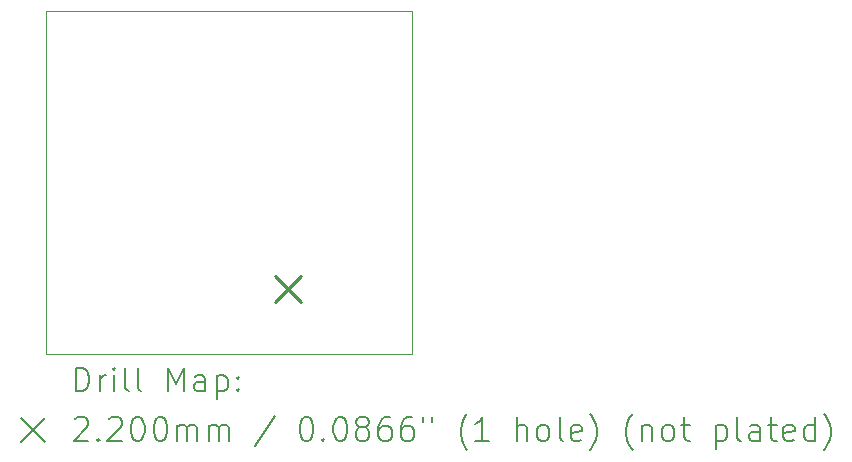
<source format=gbr>
%TF.GenerationSoftware,KiCad,Pcbnew,7.0.9-7.0.9~ubuntu22.04.1*%
%TF.CreationDate,2023-12-14T14:14:40+03:00*%
%TF.ProjectId,main-module,6d61696e-2d6d-46f6-9475-6c652e6b6963,rev?*%
%TF.SameCoordinates,Original*%
%TF.FileFunction,Drillmap*%
%TF.FilePolarity,Positive*%
%FSLAX45Y45*%
G04 Gerber Fmt 4.5, Leading zero omitted, Abs format (unit mm)*
G04 Created by KiCad (PCBNEW 7.0.9-7.0.9~ubuntu22.04.1) date 2023-12-14 14:14:40*
%MOMM*%
%LPD*%
G01*
G04 APERTURE LIST*
%ADD10C,0.100000*%
%ADD11C,0.200000*%
%ADD12C,0.220000*%
G04 APERTURE END LIST*
D10*
X14500000Y-6000000D02*
X17600000Y-6000000D01*
X17600000Y-8900000D01*
X14500000Y-8900000D01*
X14500000Y-6000000D01*
D11*
D12*
X16440000Y-8240000D02*
X16660000Y-8460000D01*
X16660000Y-8240000D02*
X16440000Y-8460000D01*
D11*
X14755777Y-9216484D02*
X14755777Y-9016484D01*
X14755777Y-9016484D02*
X14803396Y-9016484D01*
X14803396Y-9016484D02*
X14831967Y-9026008D01*
X14831967Y-9026008D02*
X14851015Y-9045055D01*
X14851015Y-9045055D02*
X14860539Y-9064103D01*
X14860539Y-9064103D02*
X14870062Y-9102198D01*
X14870062Y-9102198D02*
X14870062Y-9130770D01*
X14870062Y-9130770D02*
X14860539Y-9168865D01*
X14860539Y-9168865D02*
X14851015Y-9187912D01*
X14851015Y-9187912D02*
X14831967Y-9206960D01*
X14831967Y-9206960D02*
X14803396Y-9216484D01*
X14803396Y-9216484D02*
X14755777Y-9216484D01*
X14955777Y-9216484D02*
X14955777Y-9083150D01*
X14955777Y-9121246D02*
X14965301Y-9102198D01*
X14965301Y-9102198D02*
X14974824Y-9092674D01*
X14974824Y-9092674D02*
X14993872Y-9083150D01*
X14993872Y-9083150D02*
X15012920Y-9083150D01*
X15079586Y-9216484D02*
X15079586Y-9083150D01*
X15079586Y-9016484D02*
X15070062Y-9026008D01*
X15070062Y-9026008D02*
X15079586Y-9035531D01*
X15079586Y-9035531D02*
X15089110Y-9026008D01*
X15089110Y-9026008D02*
X15079586Y-9016484D01*
X15079586Y-9016484D02*
X15079586Y-9035531D01*
X15203396Y-9216484D02*
X15184348Y-9206960D01*
X15184348Y-9206960D02*
X15174824Y-9187912D01*
X15174824Y-9187912D02*
X15174824Y-9016484D01*
X15308158Y-9216484D02*
X15289110Y-9206960D01*
X15289110Y-9206960D02*
X15279586Y-9187912D01*
X15279586Y-9187912D02*
X15279586Y-9016484D01*
X15536729Y-9216484D02*
X15536729Y-9016484D01*
X15536729Y-9016484D02*
X15603396Y-9159341D01*
X15603396Y-9159341D02*
X15670062Y-9016484D01*
X15670062Y-9016484D02*
X15670062Y-9216484D01*
X15851015Y-9216484D02*
X15851015Y-9111722D01*
X15851015Y-9111722D02*
X15841491Y-9092674D01*
X15841491Y-9092674D02*
X15822443Y-9083150D01*
X15822443Y-9083150D02*
X15784348Y-9083150D01*
X15784348Y-9083150D02*
X15765301Y-9092674D01*
X15851015Y-9206960D02*
X15831967Y-9216484D01*
X15831967Y-9216484D02*
X15784348Y-9216484D01*
X15784348Y-9216484D02*
X15765301Y-9206960D01*
X15765301Y-9206960D02*
X15755777Y-9187912D01*
X15755777Y-9187912D02*
X15755777Y-9168865D01*
X15755777Y-9168865D02*
X15765301Y-9149817D01*
X15765301Y-9149817D02*
X15784348Y-9140293D01*
X15784348Y-9140293D02*
X15831967Y-9140293D01*
X15831967Y-9140293D02*
X15851015Y-9130770D01*
X15946253Y-9083150D02*
X15946253Y-9283150D01*
X15946253Y-9092674D02*
X15965301Y-9083150D01*
X15965301Y-9083150D02*
X16003396Y-9083150D01*
X16003396Y-9083150D02*
X16022443Y-9092674D01*
X16022443Y-9092674D02*
X16031967Y-9102198D01*
X16031967Y-9102198D02*
X16041491Y-9121246D01*
X16041491Y-9121246D02*
X16041491Y-9178389D01*
X16041491Y-9178389D02*
X16031967Y-9197436D01*
X16031967Y-9197436D02*
X16022443Y-9206960D01*
X16022443Y-9206960D02*
X16003396Y-9216484D01*
X16003396Y-9216484D02*
X15965301Y-9216484D01*
X15965301Y-9216484D02*
X15946253Y-9206960D01*
X16127205Y-9197436D02*
X16136729Y-9206960D01*
X16136729Y-9206960D02*
X16127205Y-9216484D01*
X16127205Y-9216484D02*
X16117682Y-9206960D01*
X16117682Y-9206960D02*
X16127205Y-9197436D01*
X16127205Y-9197436D02*
X16127205Y-9216484D01*
X16127205Y-9092674D02*
X16136729Y-9102198D01*
X16136729Y-9102198D02*
X16127205Y-9111722D01*
X16127205Y-9111722D02*
X16117682Y-9102198D01*
X16117682Y-9102198D02*
X16127205Y-9092674D01*
X16127205Y-9092674D02*
X16127205Y-9111722D01*
X14295000Y-9445000D02*
X14495000Y-9645000D01*
X14495000Y-9445000D02*
X14295000Y-9645000D01*
X14746253Y-9455531D02*
X14755777Y-9446008D01*
X14755777Y-9446008D02*
X14774824Y-9436484D01*
X14774824Y-9436484D02*
X14822443Y-9436484D01*
X14822443Y-9436484D02*
X14841491Y-9446008D01*
X14841491Y-9446008D02*
X14851015Y-9455531D01*
X14851015Y-9455531D02*
X14860539Y-9474579D01*
X14860539Y-9474579D02*
X14860539Y-9493627D01*
X14860539Y-9493627D02*
X14851015Y-9522198D01*
X14851015Y-9522198D02*
X14736729Y-9636484D01*
X14736729Y-9636484D02*
X14860539Y-9636484D01*
X14946253Y-9617436D02*
X14955777Y-9626960D01*
X14955777Y-9626960D02*
X14946253Y-9636484D01*
X14946253Y-9636484D02*
X14936729Y-9626960D01*
X14936729Y-9626960D02*
X14946253Y-9617436D01*
X14946253Y-9617436D02*
X14946253Y-9636484D01*
X15031967Y-9455531D02*
X15041491Y-9446008D01*
X15041491Y-9446008D02*
X15060539Y-9436484D01*
X15060539Y-9436484D02*
X15108158Y-9436484D01*
X15108158Y-9436484D02*
X15127205Y-9446008D01*
X15127205Y-9446008D02*
X15136729Y-9455531D01*
X15136729Y-9455531D02*
X15146253Y-9474579D01*
X15146253Y-9474579D02*
X15146253Y-9493627D01*
X15146253Y-9493627D02*
X15136729Y-9522198D01*
X15136729Y-9522198D02*
X15022443Y-9636484D01*
X15022443Y-9636484D02*
X15146253Y-9636484D01*
X15270062Y-9436484D02*
X15289110Y-9436484D01*
X15289110Y-9436484D02*
X15308158Y-9446008D01*
X15308158Y-9446008D02*
X15317682Y-9455531D01*
X15317682Y-9455531D02*
X15327205Y-9474579D01*
X15327205Y-9474579D02*
X15336729Y-9512674D01*
X15336729Y-9512674D02*
X15336729Y-9560293D01*
X15336729Y-9560293D02*
X15327205Y-9598389D01*
X15327205Y-9598389D02*
X15317682Y-9617436D01*
X15317682Y-9617436D02*
X15308158Y-9626960D01*
X15308158Y-9626960D02*
X15289110Y-9636484D01*
X15289110Y-9636484D02*
X15270062Y-9636484D01*
X15270062Y-9636484D02*
X15251015Y-9626960D01*
X15251015Y-9626960D02*
X15241491Y-9617436D01*
X15241491Y-9617436D02*
X15231967Y-9598389D01*
X15231967Y-9598389D02*
X15222443Y-9560293D01*
X15222443Y-9560293D02*
X15222443Y-9512674D01*
X15222443Y-9512674D02*
X15231967Y-9474579D01*
X15231967Y-9474579D02*
X15241491Y-9455531D01*
X15241491Y-9455531D02*
X15251015Y-9446008D01*
X15251015Y-9446008D02*
X15270062Y-9436484D01*
X15460539Y-9436484D02*
X15479586Y-9436484D01*
X15479586Y-9436484D02*
X15498634Y-9446008D01*
X15498634Y-9446008D02*
X15508158Y-9455531D01*
X15508158Y-9455531D02*
X15517682Y-9474579D01*
X15517682Y-9474579D02*
X15527205Y-9512674D01*
X15527205Y-9512674D02*
X15527205Y-9560293D01*
X15527205Y-9560293D02*
X15517682Y-9598389D01*
X15517682Y-9598389D02*
X15508158Y-9617436D01*
X15508158Y-9617436D02*
X15498634Y-9626960D01*
X15498634Y-9626960D02*
X15479586Y-9636484D01*
X15479586Y-9636484D02*
X15460539Y-9636484D01*
X15460539Y-9636484D02*
X15441491Y-9626960D01*
X15441491Y-9626960D02*
X15431967Y-9617436D01*
X15431967Y-9617436D02*
X15422443Y-9598389D01*
X15422443Y-9598389D02*
X15412920Y-9560293D01*
X15412920Y-9560293D02*
X15412920Y-9512674D01*
X15412920Y-9512674D02*
X15422443Y-9474579D01*
X15422443Y-9474579D02*
X15431967Y-9455531D01*
X15431967Y-9455531D02*
X15441491Y-9446008D01*
X15441491Y-9446008D02*
X15460539Y-9436484D01*
X15612920Y-9636484D02*
X15612920Y-9503150D01*
X15612920Y-9522198D02*
X15622443Y-9512674D01*
X15622443Y-9512674D02*
X15641491Y-9503150D01*
X15641491Y-9503150D02*
X15670063Y-9503150D01*
X15670063Y-9503150D02*
X15689110Y-9512674D01*
X15689110Y-9512674D02*
X15698634Y-9531722D01*
X15698634Y-9531722D02*
X15698634Y-9636484D01*
X15698634Y-9531722D02*
X15708158Y-9512674D01*
X15708158Y-9512674D02*
X15727205Y-9503150D01*
X15727205Y-9503150D02*
X15755777Y-9503150D01*
X15755777Y-9503150D02*
X15774824Y-9512674D01*
X15774824Y-9512674D02*
X15784348Y-9531722D01*
X15784348Y-9531722D02*
X15784348Y-9636484D01*
X15879586Y-9636484D02*
X15879586Y-9503150D01*
X15879586Y-9522198D02*
X15889110Y-9512674D01*
X15889110Y-9512674D02*
X15908158Y-9503150D01*
X15908158Y-9503150D02*
X15936729Y-9503150D01*
X15936729Y-9503150D02*
X15955777Y-9512674D01*
X15955777Y-9512674D02*
X15965301Y-9531722D01*
X15965301Y-9531722D02*
X15965301Y-9636484D01*
X15965301Y-9531722D02*
X15974824Y-9512674D01*
X15974824Y-9512674D02*
X15993872Y-9503150D01*
X15993872Y-9503150D02*
X16022443Y-9503150D01*
X16022443Y-9503150D02*
X16041491Y-9512674D01*
X16041491Y-9512674D02*
X16051015Y-9531722D01*
X16051015Y-9531722D02*
X16051015Y-9636484D01*
X16441491Y-9426960D02*
X16270063Y-9684103D01*
X16698634Y-9436484D02*
X16717682Y-9436484D01*
X16717682Y-9436484D02*
X16736729Y-9446008D01*
X16736729Y-9446008D02*
X16746253Y-9455531D01*
X16746253Y-9455531D02*
X16755777Y-9474579D01*
X16755777Y-9474579D02*
X16765301Y-9512674D01*
X16765301Y-9512674D02*
X16765301Y-9560293D01*
X16765301Y-9560293D02*
X16755777Y-9598389D01*
X16755777Y-9598389D02*
X16746253Y-9617436D01*
X16746253Y-9617436D02*
X16736729Y-9626960D01*
X16736729Y-9626960D02*
X16717682Y-9636484D01*
X16717682Y-9636484D02*
X16698634Y-9636484D01*
X16698634Y-9636484D02*
X16679586Y-9626960D01*
X16679586Y-9626960D02*
X16670063Y-9617436D01*
X16670063Y-9617436D02*
X16660539Y-9598389D01*
X16660539Y-9598389D02*
X16651015Y-9560293D01*
X16651015Y-9560293D02*
X16651015Y-9512674D01*
X16651015Y-9512674D02*
X16660539Y-9474579D01*
X16660539Y-9474579D02*
X16670063Y-9455531D01*
X16670063Y-9455531D02*
X16679586Y-9446008D01*
X16679586Y-9446008D02*
X16698634Y-9436484D01*
X16851015Y-9617436D02*
X16860539Y-9626960D01*
X16860539Y-9626960D02*
X16851015Y-9636484D01*
X16851015Y-9636484D02*
X16841491Y-9626960D01*
X16841491Y-9626960D02*
X16851015Y-9617436D01*
X16851015Y-9617436D02*
X16851015Y-9636484D01*
X16984348Y-9436484D02*
X17003396Y-9436484D01*
X17003396Y-9436484D02*
X17022444Y-9446008D01*
X17022444Y-9446008D02*
X17031968Y-9455531D01*
X17031968Y-9455531D02*
X17041491Y-9474579D01*
X17041491Y-9474579D02*
X17051015Y-9512674D01*
X17051015Y-9512674D02*
X17051015Y-9560293D01*
X17051015Y-9560293D02*
X17041491Y-9598389D01*
X17041491Y-9598389D02*
X17031968Y-9617436D01*
X17031968Y-9617436D02*
X17022444Y-9626960D01*
X17022444Y-9626960D02*
X17003396Y-9636484D01*
X17003396Y-9636484D02*
X16984348Y-9636484D01*
X16984348Y-9636484D02*
X16965301Y-9626960D01*
X16965301Y-9626960D02*
X16955777Y-9617436D01*
X16955777Y-9617436D02*
X16946253Y-9598389D01*
X16946253Y-9598389D02*
X16936729Y-9560293D01*
X16936729Y-9560293D02*
X16936729Y-9512674D01*
X16936729Y-9512674D02*
X16946253Y-9474579D01*
X16946253Y-9474579D02*
X16955777Y-9455531D01*
X16955777Y-9455531D02*
X16965301Y-9446008D01*
X16965301Y-9446008D02*
X16984348Y-9436484D01*
X17165301Y-9522198D02*
X17146253Y-9512674D01*
X17146253Y-9512674D02*
X17136729Y-9503150D01*
X17136729Y-9503150D02*
X17127206Y-9484103D01*
X17127206Y-9484103D02*
X17127206Y-9474579D01*
X17127206Y-9474579D02*
X17136729Y-9455531D01*
X17136729Y-9455531D02*
X17146253Y-9446008D01*
X17146253Y-9446008D02*
X17165301Y-9436484D01*
X17165301Y-9436484D02*
X17203396Y-9436484D01*
X17203396Y-9436484D02*
X17222444Y-9446008D01*
X17222444Y-9446008D02*
X17231968Y-9455531D01*
X17231968Y-9455531D02*
X17241491Y-9474579D01*
X17241491Y-9474579D02*
X17241491Y-9484103D01*
X17241491Y-9484103D02*
X17231968Y-9503150D01*
X17231968Y-9503150D02*
X17222444Y-9512674D01*
X17222444Y-9512674D02*
X17203396Y-9522198D01*
X17203396Y-9522198D02*
X17165301Y-9522198D01*
X17165301Y-9522198D02*
X17146253Y-9531722D01*
X17146253Y-9531722D02*
X17136729Y-9541246D01*
X17136729Y-9541246D02*
X17127206Y-9560293D01*
X17127206Y-9560293D02*
X17127206Y-9598389D01*
X17127206Y-9598389D02*
X17136729Y-9617436D01*
X17136729Y-9617436D02*
X17146253Y-9626960D01*
X17146253Y-9626960D02*
X17165301Y-9636484D01*
X17165301Y-9636484D02*
X17203396Y-9636484D01*
X17203396Y-9636484D02*
X17222444Y-9626960D01*
X17222444Y-9626960D02*
X17231968Y-9617436D01*
X17231968Y-9617436D02*
X17241491Y-9598389D01*
X17241491Y-9598389D02*
X17241491Y-9560293D01*
X17241491Y-9560293D02*
X17231968Y-9541246D01*
X17231968Y-9541246D02*
X17222444Y-9531722D01*
X17222444Y-9531722D02*
X17203396Y-9522198D01*
X17412920Y-9436484D02*
X17374825Y-9436484D01*
X17374825Y-9436484D02*
X17355777Y-9446008D01*
X17355777Y-9446008D02*
X17346253Y-9455531D01*
X17346253Y-9455531D02*
X17327206Y-9484103D01*
X17327206Y-9484103D02*
X17317682Y-9522198D01*
X17317682Y-9522198D02*
X17317682Y-9598389D01*
X17317682Y-9598389D02*
X17327206Y-9617436D01*
X17327206Y-9617436D02*
X17336729Y-9626960D01*
X17336729Y-9626960D02*
X17355777Y-9636484D01*
X17355777Y-9636484D02*
X17393872Y-9636484D01*
X17393872Y-9636484D02*
X17412920Y-9626960D01*
X17412920Y-9626960D02*
X17422444Y-9617436D01*
X17422444Y-9617436D02*
X17431968Y-9598389D01*
X17431968Y-9598389D02*
X17431968Y-9550770D01*
X17431968Y-9550770D02*
X17422444Y-9531722D01*
X17422444Y-9531722D02*
X17412920Y-9522198D01*
X17412920Y-9522198D02*
X17393872Y-9512674D01*
X17393872Y-9512674D02*
X17355777Y-9512674D01*
X17355777Y-9512674D02*
X17336729Y-9522198D01*
X17336729Y-9522198D02*
X17327206Y-9531722D01*
X17327206Y-9531722D02*
X17317682Y-9550770D01*
X17603396Y-9436484D02*
X17565301Y-9436484D01*
X17565301Y-9436484D02*
X17546253Y-9446008D01*
X17546253Y-9446008D02*
X17536729Y-9455531D01*
X17536729Y-9455531D02*
X17517682Y-9484103D01*
X17517682Y-9484103D02*
X17508158Y-9522198D01*
X17508158Y-9522198D02*
X17508158Y-9598389D01*
X17508158Y-9598389D02*
X17517682Y-9617436D01*
X17517682Y-9617436D02*
X17527206Y-9626960D01*
X17527206Y-9626960D02*
X17546253Y-9636484D01*
X17546253Y-9636484D02*
X17584349Y-9636484D01*
X17584349Y-9636484D02*
X17603396Y-9626960D01*
X17603396Y-9626960D02*
X17612920Y-9617436D01*
X17612920Y-9617436D02*
X17622444Y-9598389D01*
X17622444Y-9598389D02*
X17622444Y-9550770D01*
X17622444Y-9550770D02*
X17612920Y-9531722D01*
X17612920Y-9531722D02*
X17603396Y-9522198D01*
X17603396Y-9522198D02*
X17584349Y-9512674D01*
X17584349Y-9512674D02*
X17546253Y-9512674D01*
X17546253Y-9512674D02*
X17527206Y-9522198D01*
X17527206Y-9522198D02*
X17517682Y-9531722D01*
X17517682Y-9531722D02*
X17508158Y-9550770D01*
X17698634Y-9436484D02*
X17698634Y-9474579D01*
X17774825Y-9436484D02*
X17774825Y-9474579D01*
X18070063Y-9712674D02*
X18060539Y-9703150D01*
X18060539Y-9703150D02*
X18041491Y-9674579D01*
X18041491Y-9674579D02*
X18031968Y-9655531D01*
X18031968Y-9655531D02*
X18022444Y-9626960D01*
X18022444Y-9626960D02*
X18012920Y-9579341D01*
X18012920Y-9579341D02*
X18012920Y-9541246D01*
X18012920Y-9541246D02*
X18022444Y-9493627D01*
X18022444Y-9493627D02*
X18031968Y-9465055D01*
X18031968Y-9465055D02*
X18041491Y-9446008D01*
X18041491Y-9446008D02*
X18060539Y-9417436D01*
X18060539Y-9417436D02*
X18070063Y-9407912D01*
X18251015Y-9636484D02*
X18136730Y-9636484D01*
X18193872Y-9636484D02*
X18193872Y-9436484D01*
X18193872Y-9436484D02*
X18174825Y-9465055D01*
X18174825Y-9465055D02*
X18155777Y-9484103D01*
X18155777Y-9484103D02*
X18136730Y-9493627D01*
X18489111Y-9636484D02*
X18489111Y-9436484D01*
X18574825Y-9636484D02*
X18574825Y-9531722D01*
X18574825Y-9531722D02*
X18565301Y-9512674D01*
X18565301Y-9512674D02*
X18546253Y-9503150D01*
X18546253Y-9503150D02*
X18517682Y-9503150D01*
X18517682Y-9503150D02*
X18498634Y-9512674D01*
X18498634Y-9512674D02*
X18489111Y-9522198D01*
X18698634Y-9636484D02*
X18679587Y-9626960D01*
X18679587Y-9626960D02*
X18670063Y-9617436D01*
X18670063Y-9617436D02*
X18660539Y-9598389D01*
X18660539Y-9598389D02*
X18660539Y-9541246D01*
X18660539Y-9541246D02*
X18670063Y-9522198D01*
X18670063Y-9522198D02*
X18679587Y-9512674D01*
X18679587Y-9512674D02*
X18698634Y-9503150D01*
X18698634Y-9503150D02*
X18727206Y-9503150D01*
X18727206Y-9503150D02*
X18746253Y-9512674D01*
X18746253Y-9512674D02*
X18755777Y-9522198D01*
X18755777Y-9522198D02*
X18765301Y-9541246D01*
X18765301Y-9541246D02*
X18765301Y-9598389D01*
X18765301Y-9598389D02*
X18755777Y-9617436D01*
X18755777Y-9617436D02*
X18746253Y-9626960D01*
X18746253Y-9626960D02*
X18727206Y-9636484D01*
X18727206Y-9636484D02*
X18698634Y-9636484D01*
X18879587Y-9636484D02*
X18860539Y-9626960D01*
X18860539Y-9626960D02*
X18851015Y-9607912D01*
X18851015Y-9607912D02*
X18851015Y-9436484D01*
X19031968Y-9626960D02*
X19012920Y-9636484D01*
X19012920Y-9636484D02*
X18974825Y-9636484D01*
X18974825Y-9636484D02*
X18955777Y-9626960D01*
X18955777Y-9626960D02*
X18946253Y-9607912D01*
X18946253Y-9607912D02*
X18946253Y-9531722D01*
X18946253Y-9531722D02*
X18955777Y-9512674D01*
X18955777Y-9512674D02*
X18974825Y-9503150D01*
X18974825Y-9503150D02*
X19012920Y-9503150D01*
X19012920Y-9503150D02*
X19031968Y-9512674D01*
X19031968Y-9512674D02*
X19041492Y-9531722D01*
X19041492Y-9531722D02*
X19041492Y-9550770D01*
X19041492Y-9550770D02*
X18946253Y-9569817D01*
X19108158Y-9712674D02*
X19117682Y-9703150D01*
X19117682Y-9703150D02*
X19136730Y-9674579D01*
X19136730Y-9674579D02*
X19146253Y-9655531D01*
X19146253Y-9655531D02*
X19155777Y-9626960D01*
X19155777Y-9626960D02*
X19165301Y-9579341D01*
X19165301Y-9579341D02*
X19165301Y-9541246D01*
X19165301Y-9541246D02*
X19155777Y-9493627D01*
X19155777Y-9493627D02*
X19146253Y-9465055D01*
X19146253Y-9465055D02*
X19136730Y-9446008D01*
X19136730Y-9446008D02*
X19117682Y-9417436D01*
X19117682Y-9417436D02*
X19108158Y-9407912D01*
X19470063Y-9712674D02*
X19460539Y-9703150D01*
X19460539Y-9703150D02*
X19441492Y-9674579D01*
X19441492Y-9674579D02*
X19431968Y-9655531D01*
X19431968Y-9655531D02*
X19422444Y-9626960D01*
X19422444Y-9626960D02*
X19412920Y-9579341D01*
X19412920Y-9579341D02*
X19412920Y-9541246D01*
X19412920Y-9541246D02*
X19422444Y-9493627D01*
X19422444Y-9493627D02*
X19431968Y-9465055D01*
X19431968Y-9465055D02*
X19441492Y-9446008D01*
X19441492Y-9446008D02*
X19460539Y-9417436D01*
X19460539Y-9417436D02*
X19470063Y-9407912D01*
X19546253Y-9503150D02*
X19546253Y-9636484D01*
X19546253Y-9522198D02*
X19555777Y-9512674D01*
X19555777Y-9512674D02*
X19574825Y-9503150D01*
X19574825Y-9503150D02*
X19603396Y-9503150D01*
X19603396Y-9503150D02*
X19622444Y-9512674D01*
X19622444Y-9512674D02*
X19631968Y-9531722D01*
X19631968Y-9531722D02*
X19631968Y-9636484D01*
X19755777Y-9636484D02*
X19736730Y-9626960D01*
X19736730Y-9626960D02*
X19727206Y-9617436D01*
X19727206Y-9617436D02*
X19717682Y-9598389D01*
X19717682Y-9598389D02*
X19717682Y-9541246D01*
X19717682Y-9541246D02*
X19727206Y-9522198D01*
X19727206Y-9522198D02*
X19736730Y-9512674D01*
X19736730Y-9512674D02*
X19755777Y-9503150D01*
X19755777Y-9503150D02*
X19784349Y-9503150D01*
X19784349Y-9503150D02*
X19803396Y-9512674D01*
X19803396Y-9512674D02*
X19812920Y-9522198D01*
X19812920Y-9522198D02*
X19822444Y-9541246D01*
X19822444Y-9541246D02*
X19822444Y-9598389D01*
X19822444Y-9598389D02*
X19812920Y-9617436D01*
X19812920Y-9617436D02*
X19803396Y-9626960D01*
X19803396Y-9626960D02*
X19784349Y-9636484D01*
X19784349Y-9636484D02*
X19755777Y-9636484D01*
X19879587Y-9503150D02*
X19955777Y-9503150D01*
X19908158Y-9436484D02*
X19908158Y-9607912D01*
X19908158Y-9607912D02*
X19917682Y-9626960D01*
X19917682Y-9626960D02*
X19936730Y-9636484D01*
X19936730Y-9636484D02*
X19955777Y-9636484D01*
X20174825Y-9503150D02*
X20174825Y-9703150D01*
X20174825Y-9512674D02*
X20193873Y-9503150D01*
X20193873Y-9503150D02*
X20231968Y-9503150D01*
X20231968Y-9503150D02*
X20251015Y-9512674D01*
X20251015Y-9512674D02*
X20260539Y-9522198D01*
X20260539Y-9522198D02*
X20270063Y-9541246D01*
X20270063Y-9541246D02*
X20270063Y-9598389D01*
X20270063Y-9598389D02*
X20260539Y-9617436D01*
X20260539Y-9617436D02*
X20251015Y-9626960D01*
X20251015Y-9626960D02*
X20231968Y-9636484D01*
X20231968Y-9636484D02*
X20193873Y-9636484D01*
X20193873Y-9636484D02*
X20174825Y-9626960D01*
X20384349Y-9636484D02*
X20365301Y-9626960D01*
X20365301Y-9626960D02*
X20355777Y-9607912D01*
X20355777Y-9607912D02*
X20355777Y-9436484D01*
X20546254Y-9636484D02*
X20546254Y-9531722D01*
X20546254Y-9531722D02*
X20536730Y-9512674D01*
X20536730Y-9512674D02*
X20517682Y-9503150D01*
X20517682Y-9503150D02*
X20479587Y-9503150D01*
X20479587Y-9503150D02*
X20460539Y-9512674D01*
X20546254Y-9626960D02*
X20527206Y-9636484D01*
X20527206Y-9636484D02*
X20479587Y-9636484D01*
X20479587Y-9636484D02*
X20460539Y-9626960D01*
X20460539Y-9626960D02*
X20451015Y-9607912D01*
X20451015Y-9607912D02*
X20451015Y-9588865D01*
X20451015Y-9588865D02*
X20460539Y-9569817D01*
X20460539Y-9569817D02*
X20479587Y-9560293D01*
X20479587Y-9560293D02*
X20527206Y-9560293D01*
X20527206Y-9560293D02*
X20546254Y-9550770D01*
X20612920Y-9503150D02*
X20689111Y-9503150D01*
X20641492Y-9436484D02*
X20641492Y-9607912D01*
X20641492Y-9607912D02*
X20651015Y-9626960D01*
X20651015Y-9626960D02*
X20670063Y-9636484D01*
X20670063Y-9636484D02*
X20689111Y-9636484D01*
X20831968Y-9626960D02*
X20812920Y-9636484D01*
X20812920Y-9636484D02*
X20774825Y-9636484D01*
X20774825Y-9636484D02*
X20755777Y-9626960D01*
X20755777Y-9626960D02*
X20746254Y-9607912D01*
X20746254Y-9607912D02*
X20746254Y-9531722D01*
X20746254Y-9531722D02*
X20755777Y-9512674D01*
X20755777Y-9512674D02*
X20774825Y-9503150D01*
X20774825Y-9503150D02*
X20812920Y-9503150D01*
X20812920Y-9503150D02*
X20831968Y-9512674D01*
X20831968Y-9512674D02*
X20841492Y-9531722D01*
X20841492Y-9531722D02*
X20841492Y-9550770D01*
X20841492Y-9550770D02*
X20746254Y-9569817D01*
X21012920Y-9636484D02*
X21012920Y-9436484D01*
X21012920Y-9626960D02*
X20993873Y-9636484D01*
X20993873Y-9636484D02*
X20955777Y-9636484D01*
X20955777Y-9636484D02*
X20936730Y-9626960D01*
X20936730Y-9626960D02*
X20927206Y-9617436D01*
X20927206Y-9617436D02*
X20917682Y-9598389D01*
X20917682Y-9598389D02*
X20917682Y-9541246D01*
X20917682Y-9541246D02*
X20927206Y-9522198D01*
X20927206Y-9522198D02*
X20936730Y-9512674D01*
X20936730Y-9512674D02*
X20955777Y-9503150D01*
X20955777Y-9503150D02*
X20993873Y-9503150D01*
X20993873Y-9503150D02*
X21012920Y-9512674D01*
X21089111Y-9712674D02*
X21098635Y-9703150D01*
X21098635Y-9703150D02*
X21117682Y-9674579D01*
X21117682Y-9674579D02*
X21127206Y-9655531D01*
X21127206Y-9655531D02*
X21136730Y-9626960D01*
X21136730Y-9626960D02*
X21146254Y-9579341D01*
X21146254Y-9579341D02*
X21146254Y-9541246D01*
X21146254Y-9541246D02*
X21136730Y-9493627D01*
X21136730Y-9493627D02*
X21127206Y-9465055D01*
X21127206Y-9465055D02*
X21117682Y-9446008D01*
X21117682Y-9446008D02*
X21098635Y-9417436D01*
X21098635Y-9417436D02*
X21089111Y-9407912D01*
M02*

</source>
